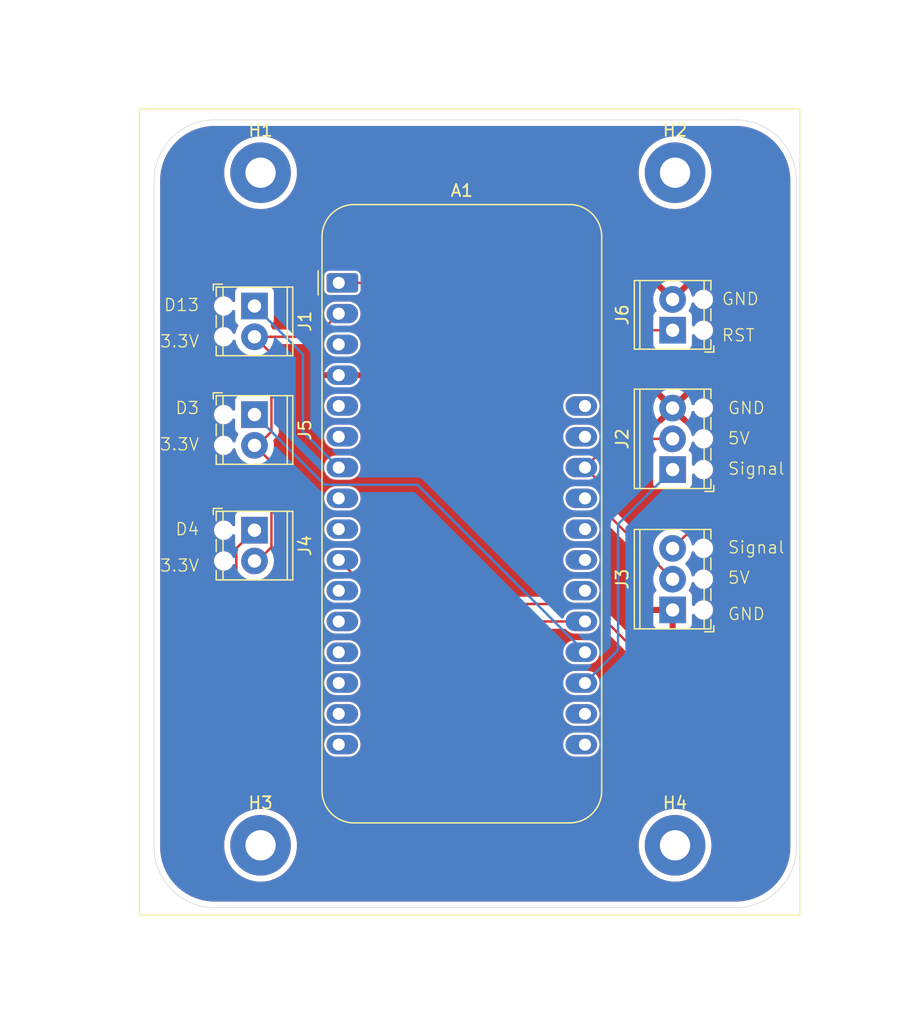
<source format=kicad_pcb>
(kicad_pcb (version 20240108) (generator "pcbnew") (generator_version "8.0")
  (layers (0 "F.Cu" signal) (31 "B.Cu" signal) (34 "B.Paste" user) (35 "F.Paste" user) (36 "B.SilkS" user "B.Silkscreen") (37 "F.SilkS" user "F.Silkscreen") (38 "B.Mask" user) (39 "F.Mask" user) (44 "Edge.Cuts" user))
  (net 0 "")
  (net 3 "GND")
  (net 9 "Net-(A1-~{RESET})")
  (net 11 "VBUS")
  (net 13 "Net-(A1-D2)")
  (net 14 "+3.3V")
  (net 15 "Net-(A1-A2)")
  (net 20 "Net-(A1-D4)")
  (net 21 "Net-(A1-D3)")
  (net 25 "Net-(A1-S3)")
  (footprint "TerminalBlock_Phoenix:TerminalBlock_Phoenix_MPT-0,5-3-2.54_1x03_P2.54mm_Horizontal" (layer "F.Cu") (at 147.5 106.83 90)
    (property "Reference" "J3" (at 2.54 -4.16 90) (layer "F.SilkS"))
    (property "Value" "9g Servo")
    (fp_line (start 6.64 -3.16) (end 6.64 3.16) (stroke (width 0.12)) (layer "F.SilkS"))
    (fp_line (start -1.56 -3.16) (end 6.64 -3.16) (stroke (width 0.12)) (layer "F.SilkS"))
    (fp_line (start -1.56 -3.16) (end -1.56 3.16) (stroke (width 0.12)) (layer "F.SilkS"))
    (fp_line (start -1.56 -2.7) (end 6.64 -2.7) (stroke (width 0.12)) (layer "F.SilkS"))
    (fp_line (start 5.87 2.6) (end 6.64 2.6) (stroke (width 0.12)) (layer "F.SilkS"))
    (fp_line (start 3.33 2.6) (end 4.29 2.6) (stroke (width 0.12)) (layer "F.SilkS"))
    (fp_line (start 0.79 2.6) (end 1.75 2.6) (stroke (width 0.12)) (layer "F.SilkS"))
    (fp_line (start -1.56 2.6) (end -0.79 2.6) (stroke (width 0.12)) (layer "F.SilkS"))
    (fp_line (start -1.8 2.66) (end -1.8 3.4) (stroke (width 0.12)) (layer "F.SilkS"))
    (fp_line (start 5.87 3.16) (end 6.64 3.16) (stroke (width 0.12)) (layer "F.SilkS"))
    (fp_line (start 3.33 3.16) (end 4.29 3.16) (stroke (width 0.12)) (layer "F.SilkS"))
    (fp_line (start 0.79 3.16) (end 1.75 3.16) (stroke (width 0.12)) (layer "F.SilkS"))
    (fp_line (start -1.56 3.16) (end -0.79 3.16) (stroke (width 0.12)) (layer "F.SilkS"))
    (fp_line (start -1.8 3.4) (end -1.3 3.4) (stroke (width 0.12)) (layer "F.SilkS"))
    (pad "" np_thru_hole circle (at 0 2.54 90) (size 1.1 1.1) (drill 1.1) (layers "*.Cu" "*.Mask"))
    (pad "" np_thru_hole circle (at 2.54 2.54 90) (size 1.1 1.1) (drill 1.1) (layers "*.Cu" "*.Mask"))
    (pad "" np_thru_hole circle (at 5.08 2.54 90) (size 1.1 1.1) (drill 1.1) (layers "*.Cu" "*.Mask"))
    (pad "1" thru_hole rect (at 0 0 90) (size 2.2 2.2) (drill 1.1) (layers "*.Cu" "*.Mask") (net 3 "GND"))
    (pad "2" thru_hole circle (at 2.54 0 90) (size 2.2 2.2) (drill 1.1) (layers "*.Cu" "*.Mask") (net 11 "VBUS"))
    (pad "3" thru_hole circle (at 5.08 0 90) (size 2.2 2.2) (drill 1.1) (layers "*.Cu" "*.Mask") (net 25 "Net-(A1-S3)"))
  )
  (footprint "TerminalBlock_Phoenix:TerminalBlock_Phoenix_MPT-0,5-2-2.54_1x02_P2.54mm_Horizontal" (layer "F.Cu") (at 113 100.25 -90)
    (property "Reference" "J4" (at 1.27 -4.16 -90) (layer "F.SilkS"))
    (property "Value" "User2_Button")
    (fp_line (start -1.8 3.4) (end -1.3 3.4) (stroke (width 0.12)) (layer "F.SilkS"))
    (fp_line (start -1.56 3.16) (end -0.79 3.16) (stroke (width 0.12)) (layer "F.SilkS"))
    (fp_line (start 0.79 3.16) (end 1.75 3.16) (stroke (width 0.12)) (layer "F.SilkS"))
    (fp_line (start 3.33 3.16) (end 4.1 3.16) (stroke (width 0.12)) (layer "F.SilkS"))
    (fp_line (start -1.8 2.66) (end -1.8 3.4) (stroke (width 0.12)) (layer "F.SilkS"))
    (fp_line (start -1.56 2.6) (end -0.79 2.6) (stroke (width 0.12)) (layer "F.SilkS"))
    (fp_line (start 0.79 2.6) (end 1.75 2.6) (stroke (width 0.12)) (layer "F.SilkS"))
    (fp_line (start 3.33 2.6) (end 4.1 2.6) (stroke (width 0.12)) (layer "F.SilkS"))
    (fp_line (start -1.56 -2.7) (end 4.1 -2.7) (stroke (width 0.12)) (layer "F.SilkS"))
    (fp_line (start -1.56 -3.16) (end -1.56 3.16) (stroke (width 0.12)) (layer "F.SilkS"))
    (fp_line (start -1.56 -3.16) (end 4.1 -3.16) (stroke (width 0.12)) (layer "F.SilkS"))
    (fp_line (start 4.1 -3.16) (end 4.1 3.16) (stroke (width 0.12)) (layer "F.SilkS"))
    (pad "" np_thru_hole circle (at 0 2.54 270) (size 1.1 1.1) (drill 1.1) (layers "*.Cu" "*.Mask"))
    (pad "" np_thru_hole circle (at 2.54 2.54 270) (size 1.1 1.1) (drill 1.1) (layers "*.Cu" "*.Mask"))
    (pad "1" thru_hole rect (at 0 0 270) (size 2.2 2.2) (drill 1.1) (layers "*.Cu" "*.Mask") (net 20 "Net-(A1-D4)"))
    (pad "2" thru_hole circle (at 2.54 0 270) (size 2.2 2.2) (drill 1.1) (layers "*.Cu" "*.Mask") (net 14 "+3.3V"))
  )
  (footprint "TerminalBlock_Phoenix:TerminalBlock_Phoenix_MPT-0,5-2-2.54_1x02_P2.54mm_Horizontal" (layer "F.Cu") (at 147.5 83.75 90)
    (property "Reference" "J6" (at 1.27 -4.16 90) (layer "F.SilkS"))
    (property "Value" "ResetButton")
    (fp_line (start 4.1 -3.16) (end 4.1 3.16) (stroke (width 0.12)) (layer "F.SilkS"))
    (fp_line (start -1.56 -3.16) (end 4.1 -3.16) (stroke (width 0.12)) (layer "F.SilkS"))
    (fp_line (start -1.56 -3.16) (end -1.56 3.16) (stroke (width 0.12)) (layer "F.SilkS"))
    (fp_line (start -1.56 -2.7) (end 4.1 -2.7) (stroke (width 0.12)) (layer "F.SilkS"))
    (fp_line (start 3.33 2.6) (end 4.1 2.6) (stroke (width 0.12)) (layer "F.SilkS"))
    (fp_line (start 0.79 2.6) (end 1.75 2.6) (stroke (width 0.12)) (layer "F.SilkS"))
    (fp_line (start -1.56 2.6) (end -0.79 2.6) (stroke (width 0.12)) (layer "F.SilkS"))
    (fp_line (start -1.8 2.66) (end -1.8 3.4) (stroke (width 0.12)) (layer "F.SilkS"))
    (fp_line (start 3.33 3.16) (end 4.1 3.16) (stroke (width 0.12)) (layer "F.SilkS"))
    (fp_line (start 0.79 3.16) (end 1.75 3.16) (stroke (width 0.12)) (layer "F.SilkS"))
    (fp_line (start -1.56 3.16) (end -0.79 3.16) (stroke (width 0.12)) (layer "F.SilkS"))
    (fp_line (start -1.8 3.4) (end -1.3 3.4) (stroke (width 0.12)) (layer "F.SilkS"))
    (pad "" np_thru_hole circle (at 0 2.54 90) (size 1.1 1.1) (drill 1.1) (layers "*.Cu" "*.Mask"))
    (pad "" np_thru_hole circle (at 2.54 2.54 90) (size 1.1 1.1) (drill 1.1) (layers "*.Cu" "*.Mask"))
    (pad "1" thru_hole rect (at 0 0 90) (size 2.2 2.2) (drill 1.1) (layers "*.Cu" "*.Mask") (net 9 "Net-(A1-~{RESET})"))
    (pad "2" thru_hole circle (at 2.54 0 90) (size 2.2 2.2) (drill 1.1) (layers "*.Cu" "*.Mask") (net 3 "GND"))
  )
  (footprint "Particle:Photon2" (layer "F.Cu") (at 119.95 79.84)
    (property "Reference" "A1" (at 10.16 -7.62 0) (layer "F.SilkS"))
    (property "Value" "Photon2")
    (fp_line (start -1.7 1) (end -1.7 -1) (stroke (width 0.12)) (layer "F.SilkS"))
    (fp_line (start -1.38 -3.81) (end -1.38 41.91) (stroke (width 0.12)) (layer "F.SilkS"))
    (fp_line (start 19.05 -6.46) (end 1.27 -6.46) (stroke (width 0.12)) (layer "F.SilkS"))
    (fp_line (start 19.05 44.56) (end 1.27 44.56) (stroke (width 0.12)) (layer "F.SilkS"))
    (fp_line (start 21.7 -3.81) (end 21.7 41.91) (stroke (width 0.12)) (layer "F.SilkS"))
    (fp_arc (start -1.38 -3.81) (mid -0.603833 -5.683833) (end 1.27 -6.46) (stroke (width 0.12)) (layer "F.SilkS"))
    (fp_arc (start 1.27 44.56) (mid -0.603833 43.783833) (end -1.38 41.91) (stroke (width 0.12)) (layer "F.SilkS"))
    (fp_arc (start 19.05 -6.46) (mid 20.923833 -5.683833) (end 21.7 -3.81) (stroke (width 0.12)) (layer "F.SilkS"))
    (fp_arc (start 21.7 41.91) (mid 20.923833 43.783833) (end 19.05 44.56) (stroke (width 0.12)) (layer "F.SilkS"))
    (pad "1" thru_hole roundrect (at 0 0) (size 2.6 1.6) (drill 1 (offset 0.3 0)) (layers "*.Cu" "*.Mask") (roundrect_rratio 0.15625) (net 9 "Net-(A1-~{RESET})"))
    (pad "2" thru_hole oval (at 0 2.54) (size 2.6 1.6) (drill 1 (offset 0.3 0)) (layers "*.Cu" "*.Mask") (net 14 "+3.3V"))
    (pad "3" thru_hole oval (at 0 5.08) (size 2.6 1.6) (drill 1 (offset 0.3 0)) (layers "*.Cu" "*.Mask"))
    (pad "4" thru_hole oval (at 0 7.62) (size 2.6 1.6) (drill 1 (offset 0.3 0)) (layers "*.Cu" "*.Mask") (net 3 "GND"))
    (pad "5" thru_hole oval (at 0 10.16) (size 2.6 1.6) (drill 1 (offset 0.3 0)) (layers "*.Cu" "*.Mask"))
    (pad "6" thru_hole oval (at 0 12.7) (size 2.6 1.6) (drill 1 (offset 0.3 0)) (layers "*.Cu" "*.Mask"))
    (pad "7" thru_hole oval (at 0 15.24) (size 2.6 1.6) (drill 1 (offset 0.3 0)) (layers "*.Cu" "*.Mask") (net 15 "Net-(A1-A2)"))
    (pad "8" thru_hole oval (at 0 17.78) (size 2.6 1.6) (drill 1 (offset 0.3 0)) (layers "*.Cu" "*.Mask"))
    (pad "9" thru_hole oval (at 0 20.32) (size 2.6 1.6) (drill 1 (offset 0.3 0)) (layers "*.Cu" "*.Mask"))
    (pad "10" thru_hole oval (at 0 22.86) (size 2.6 1.6) (drill 1 (offset 0.3 0)) (layers "*.Cu" "*.Mask") (net 25 "Net-(A1-S3)"))
    (pad "11" thru_hole oval (at 0 25.4) (size 2.6 1.6) (drill 1 (offset 0.3 0)) (layers "*.Cu" "*.Mask"))
    (pad "12" thru_hole oval (at 0 27.94) (size 2.6 1.6) (drill 1 (offset 0.3 0)) (layers "*.Cu" "*.Mask"))
    (pad "13" thru_hole oval (at 0 30.48) (size 2.6 1.6) (drill 1 (offset 0.3 0)) (layers "*.Cu" "*.Mask"))
    (pad "14" thru_hole oval (at 0 33.02) (size 2.6 1.6) (drill 1 (offset 0.3 0)) (layers "*.Cu" "*.Mask"))
    (pad "15" thru_hole oval (at 0 35.56) (size 2.6 1.6) (drill 1 (offset 0.3 0)) (layers "*.Cu" "*.Mask"))
    (pad "16" thru_hole oval (at 0 38.1) (size 2.6 1.6) (drill 1 (offset 0.3 0)) (layers "*.Cu" "*.Mask"))
    (pad "17" thru_hole oval (at 20.32 38.1 180) (size 2.6 1.6) (drill 1 (offset 0.3 0)) (layers "*.Cu" "*.Mask"))
    (pad "18" thru_hole oval (at 20.32 35.56 180) (size 2.6 1.6) (drill 1 (offset 0.3 0)) (layers "*.Cu" "*.Mask"))
    (pad "19" thru_hole oval (at 20.32 33.02 180) (size 2.6 1.6) (drill 1 (offset 0.3 0)) (layers "*.Cu" "*.Mask") (net 13 "Net-(A1-D2)"))
    (pad "20" thru_hole oval (at 20.32 30.48 180) (size 2.6 1.6) (drill 1 (offset 0.3 0)) (layers "*.Cu" "*.Mask") (net 21 "Net-(A1-D3)"))
    (pad "21" thru_hole oval (at 20.32 27.94 180) (size 2.6 1.6) (drill 1 (offset 0.3 0)) (layers "*.Cu" "*.Mask") (net 20 "Net-(A1-D4)"))
    (pad "22" thru_hole oval (at 20.32 25.4 180) (size 2.6 1.6) (drill 1 (offset 0.3 0)) (layers "*.Cu" "*.Mask"))
    (pad "23" thru_hole oval (at 20.32 22.86 180) (size 2.6 1.6) (drill 1 (offset 0.3 0)) (layers "*.Cu" "*.Mask"))
    (pad "24" thru_hole oval (at 20.32 20.32 180) (size 2.6 1.6) (drill 1 (offset 0.3 0)) (layers "*.Cu" "*.Mask"))
    (pad "25" thru_hole oval (at 20.32 17.78 180) (size 2.6 1.6) (drill 1 (offset 0.3 0)) (layers "*.Cu" "*.Mask"))
    (pad "26" thru_hole oval (at 20.32 15.24 180) (size 2.6 1.6) (drill 1 (offset 0.3 0)) (layers "*.Cu" "*.Mask") (net 11 "VBUS"))
    (pad "27" thru_hole oval (at 20.32 12.7 180) (size 2.6 1.6) (drill 1 (offset 0.3 0)) (layers "*.Cu" "*.Mask"))
    (pad "28" thru_hole oval (at 20.32 10.16 180) (size 2.6 1.6) (drill 1 (offset 0.3 0)) (layers "*.Cu" "*.Mask"))
  )
  (footprint "TerminalBlock_Phoenix:TerminalBlock_Phoenix_MPT-0,5-2-2.54_1x02_P2.54mm_Horizontal" (layer "F.Cu") (at 113 81.75 -90)
    (property "Reference" "J1" (at 1.27 -4.16 -90) (layer "F.SilkS"))
    (property "Value" "CamButton")
    (fp_line (start -1.8 3.4) (end -1.3 3.4) (stroke (width 0.12)) (layer "F.SilkS"))
    (fp_line (start -1.56 3.16) (end -0.79 3.16) (stroke (width 0.12)) (layer "F.SilkS"))
    (fp_line (start 0.79 3.16) (end 1.75 3.16) (stroke (width 0.12)) (layer "F.SilkS"))
    (fp_line (start 3.33 3.16) (end 4.1 3.16) (stroke (width 0.12)) (layer "F.SilkS"))
    (fp_line (start -1.8 2.66) (end -1.8 3.4) (stroke (width 0.12)) (layer "F.SilkS"))
    (fp_line (start -1.56 2.6) (end -0.79 2.6) (stroke (width 0.12)) (layer "F.SilkS"))
    (fp_line (start 0.79 2.6) (end 1.75 2.6) (stroke (width 0.12)) (layer "F.SilkS"))
    (fp_line (start 3.33 2.6) (end 4.1 2.6) (stroke (width 0.12)) (layer "F.SilkS"))
    (fp_line (start -1.56 -2.7) (end 4.1 -2.7) (stroke (width 0.12)) (layer "F.SilkS"))
    (fp_line (start -1.56 -3.16) (end -1.56 3.16) (stroke (width 0.12)) (layer "F.SilkS"))
    (fp_line (start -1.56 -3.16) (end 4.1 -3.16) (stroke (width 0.12)) (layer "F.SilkS"))
    (fp_line (start 4.1 -3.16) (end 4.1 3.16) (stroke (width 0.12)) (layer "F.SilkS"))
    (pad "" np_thru_hole circle (at 0 2.54 270) (size 1.1 1.1) (drill 1.1) (layers "*.Cu" "*.Mask"))
    (pad "" np_thru_hole circle (at 2.54 2.54 270) (size 1.1 1.1) (drill 1.1) (layers "*.Cu" "*.Mask"))
    (pad "1" thru_hole rect (at 0 0 270) (size 2.2 2.2) (drill 1.1) (layers "*.Cu" "*.Mask") (net 15 "Net-(A1-A2)"))
    (pad "2" thru_hole circle (at 2.54 0 270) (size 2.2 2.2) (drill 1.1) (layers "*.Cu" "*.Mask") (net 14 "+3.3V"))
  )
  (footprint "MountingHole:MountingHole_2.5mm_Pad" (layer "F.Cu") (at 113.5 126.25)
    (property "Reference" "H3" (at 0 -3.5 0) (layer "F.SilkS"))
    (property "Value" "MountingHole")
    (pad "1" thru_hole circle (at 0 0) (size 5 5) (drill 2.5) (layers "*.Cu" "*.Mask"))
  )
  (footprint "MountingHole:MountingHole_2.5mm_Pad" (layer "F.Cu") (at 147.702236 70.75)
    (property "Reference" "H2" (at 0 -3.5 0) (layer "F.SilkS"))
    (property "Value" "MountingHole")
    (pad "1" thru_hole circle (at 0 0) (size 5 5) (drill 2.5) (layers "*.Cu" "*.Mask"))
  )
  (footprint "MountingHole:MountingHole_2.5mm_Pad" (layer "F.Cu") (at 113.5 70.75)
    (property "Reference" "H1" (at 0 -3.5 0) (layer "F.SilkS"))
    (property "Value" "MountingHole")
    (pad "1" thru_hole circle (at 0 0) (size 5 5) (drill 2.5) (layers "*.Cu" "*.Mask"))
  )
  (footprint "TerminalBlock_Phoenix:TerminalBlock_Phoenix_MPT-0,5-3-2.54_1x03_P2.54mm_Horizontal" (layer "F.Cu") (at 147.5 95.25 90)
    (property "Reference" "J2" (at 2.54 -4.16 90) (layer "F.SilkS"))
    (property "Value" "Neopixel")
    (fp_line (start 6.64 -3.16) (end 6.64 3.16) (stroke (width 0.12)) (layer "F.SilkS"))
    (fp_line (start -1.56 -3.16) (end 6.64 -3.16) (stroke (width 0.12)) (layer "F.SilkS"))
    (fp_line (start -1.56 -3.16) (end -1.56 3.16) (stroke (width 0.12)) (layer "F.SilkS"))
    (fp_line (start -1.56 -2.7) (end 6.64 -2.7) (stroke (width 0.12)) (layer "F.SilkS"))
    (fp_line (start 5.87 2.6) (end 6.64 2.6) (stroke (width 0.12)) (layer "F.SilkS"))
    (fp_line (start 3.33 2.6) (end 4.29 2.6) (stroke (width 0.12)) (layer "F.SilkS"))
    (fp_line (start 0.79 2.6) (end 1.75 2.6) (stroke (width 0.12)) (layer "F.SilkS"))
    (fp_line (start -1.56 2.6) (end -0.79 2.6) (stroke (width 0.12)) (layer "F.SilkS"))
    (fp_line (start -1.8 2.66) (end -1.8 3.4) (stroke (width 0.12)) (layer "F.SilkS"))
    (fp_line (start 5.87 3.16) (end 6.64 3.16) (stroke (width 0.12)) (layer "F.SilkS"))
    (fp_line (start 3.33 3.16) (end 4.29 3.16) (stroke (width 0.12)) (layer "F.SilkS"))
    (fp_line (start 0.79 3.16) (end 1.75 3.16) (stroke (width 0.12)) (layer "F.SilkS"))
    (fp_line (start -1.56 3.16) (end -0.79 3.16) (stroke (width 0.12)) (layer "F.SilkS"))
    (fp_line (start -1.8 3.4) (end -1.3 3.4) (stroke (width 0.12)) (layer "F.SilkS"))
    (pad "" np_thru_hole circle (at 0 2.54 90) (size 1.1 1.1) (drill 1.1) (layers "*.Cu" "*.Mask"))
    (pad "" np_thru_hole circle (at 2.54 2.54 90) (size 1.1 1.1) (drill 1.1) (layers "*.Cu" "*.Mask"))
    (pad "" np_thru_hole circle (at 5.08 2.54 90) (size 1.1 1.1) (drill 1.1) (layers "*.Cu" "*.Mask"))
    (pad "1" thru_hole rect (at 0 0 90) (size 2.2 2.2) (drill 1.1) (layers "*.Cu" "*.Mask") (net 13 "Net-(A1-D2)"))
    (pad "2" thru_hole circle (at 2.54 0 90) (size 2.2 2.2) (drill 1.1) (layers "*.Cu" "*.Mask") (net 11 "VBUS"))
    (pad "3" thru_hole circle (at 5.08 0 90) (size 2.2 2.2) (drill 1.1) (layers "*.Cu" "*.Mask") (net 3 "GND"))
  )
  (footprint "TerminalBlock_Phoenix:TerminalBlock_Phoenix_MPT-0,5-2-2.54_1x02_P2.54mm_Horizontal" (layer "F.Cu") (at 113 90.71 -90)
    (property "Reference" "J5" (at 1.27 -4.16 -90) (layer "F.SilkS"))
    (property "Value" "User1_Button")
    (fp_line (start -1.8 3.4) (end -1.3 3.4) (stroke (width 0.12)) (layer "F.SilkS"))
    (fp_line (start -1.56 3.16) (end -0.79 3.16) (stroke (width 0.12)) (layer "F.SilkS"))
    (fp_line (start 0.79 3.16) (end 1.75 3.16) (stroke (width 0.12)) (layer "F.SilkS"))
    (fp_line (start 3.33 3.16) (end 4.1 3.16) (stroke (width 0.12)) (layer "F.SilkS"))
    (fp_line (start -1.8 2.66) (end -1.8 3.4) (stroke (width 0.12)) (layer "F.SilkS"))
    (fp_line (start -1.56 2.6) (end -0.79 2.6) (stroke (width 0.12)) (layer "F.SilkS"))
    (fp_line (start 0.79 2.6) (end 1.75 2.6) (stroke (width 0.12)) (layer "F.SilkS"))
    (fp_line (start 3.33 2.6) (end 4.1 2.6) (stroke (width 0.12)) (layer "F.SilkS"))
    (fp_line (start -1.56 -2.7) (end 4.1 -2.7) (stroke (width 0.12)) (layer "F.SilkS"))
    (fp_line (start -1.56 -3.16) (end -1.56 3.16) (stroke (width 0.12)) (layer "F.SilkS"))
    (fp_line (start -1.56 -3.16) (end 4.1 -3.16) (stroke (width 0.12)) (layer "F.SilkS"))
    (fp_line (start 4.1 -3.16) (end 4.1 3.16) (stroke (width 0.12)) (layer "F.SilkS"))
    (pad "" np_thru_hole circle (at 0 2.54 270) (size 1.1 1.1) (drill 1.1) (layers "*.Cu" "*.Mask"))
    (pad "" np_thru_hole circle (at 2.54 2.54 270) (size 1.1 1.1) (drill 1.1) (layers "*.Cu" "*.Mask"))
    (pad "1" thru_hole rect (at 0 0 270) (size 2.2 2.2) (drill 1.1) (layers "*.Cu" "*.Mask") (net 21 "Net-(A1-D3)"))
    (pad "2" thru_hole circle (at 2.54 0 270) (size 2.2 2.2) (drill 1.1) (layers "*.Cu" "*.Mask") (net 14 "+3.3V"))
  )
  (footprint "MountingHole:MountingHole_2.5mm_Pad" (layer "F.Cu") (at 147.702236 126.25)
    (property "Reference" "H4" (at 0 -3.5 0) (layer "F.SilkS"))
    (property "Value" "MountingHole")
    (pad "1" thru_hole circle (at 0 0) (size 5 5) (drill 2.5) (layers "*.Cu" "*.Mask"))
  )
  (gr_rect (start 103.5 65.5) (end 158 132) (stroke (width 0.1)) (fill none) (layer "F.SilkS"))
  (gr_arc (start 157.714286 126.39) (mid 156.24982 129.925534) (end 152.714286 131.39) (stroke (width 0.05)) (layer "Edge.Cuts"))
  (gr_arc (start 109.714286 131.39) (mid 106.178752 129.925534) (end 104.714286 126.39) (stroke (width 0.05)) (layer "Edge.Cuts"))
  (gr_arc (start 104.714286 71.39) (mid 106.178751 67.854461) (end 109.714286 66.39) (stroke (width 0.05)) (layer "Edge.Cuts"))
  (gr_line (start 104.714286 126.39) (end 104.714286 71.39) (stroke (width 0.05)) (layer "Edge.Cuts"))
  (gr_line (start 157.714286 71.39) (end 157.714286 126.39) (stroke (width 0.05)) (layer "Edge.Cuts"))
  (gr_line (start 152.714286 131.39) (end 109.714286 131.39) (stroke (width 0.05)) (layer "Edge.Cuts"))
  (gr_line (start 109.714286 66.39) (end 152.714286 66.39) (stroke (width 0.05)) (layer "Edge.Cuts"))
  (gr_arc (start 152.714286 66.39) (mid 156.249829 67.854461) (end 157.714286 71.39) (stroke (width 0.05)) (layer "Edge.Cuts"))
  (gr_text "3.3V" (at 108.5 103.75 0) (layer "F.SilkS") (effects (font (size 1 1) (thickness 0.1)) (justify right bottom)))
  (gr_text "GND\n" (at 152 107.75 0) (layer "F.SilkS") (effects (font (size 1 1) (thickness 0.1)) (justify left bottom)))
  (gr_text "D3" (at 108.5 90.75 0) (layer "F.SilkS") (effects (font (size 1 1) (thickness 0.1)) (justify right bottom)))
  (gr_text "Signal" (at 152 102.25 0) (layer "F.SilkS") (effects (font (size 1 1) (thickness 0.1)) (justify left bottom)))
  (gr_text "GND\n" (at 151.5 81.75 0) (layer "F.SilkS") (effects (font (size 1 1) (thickness 0.1)) (justify left bottom)))
  (gr_text "GND\n" (at 152 90.75 0) (layer "F.SilkS") (effects (font (size 1 1) (thickness 0.1)) (justify left bottom)))
  (gr_text "D13" (at 108.5 82.25 0) (layer "F.SilkS") (effects (font (size 1 1) (thickness 0.1)) (justify right bottom)))
  (gr_text "3.3V" (at 108.5 85.25 0) (layer "F.SilkS") (effects (font (size 1 1) (thickness 0.1)) (justify right bottom)))
  (gr_text "3.3V" (at 108.5 93.75 0) (layer "F.SilkS") (effects (font (size 1 1) (thickness 0.1)) (justify right bottom)))
  (gr_text "5V" (at 152 104.75 0) (layer "F.SilkS") (effects (font (size 1 1) (thickness 0.1)) (justify left bottom)))
  (gr_text "RST" (at 151.5 84.75 0) (layer "F.SilkS") (effects (font (size 1 1) (thickness 0.1)) (justify left bottom)))
  (gr_text "D4" (at 108.5 100.75 0) (layer "F.SilkS") (effects (font (size 1 1) (thickness 0.1)) (justify right bottom)))
  (gr_text "Signal" (at 152 95.75 0) (layer "F.SilkS") (effects (font (size 1 1) (thickness 0.1)) (justify left bottom)))
  (gr_text "5V" (at 152 93.25 0) (layer "F.SilkS") (effects (font (size 1 1) (thickness 0.1)) (justify left bottom)))
  (segment (start 125.75 83.75) (end 121.84 79.84) (width 0.2) (layer "F.Cu") (net 9))
  (segment (start 147.5 83.75) (end 125.75 83.75) (width 0.2) (layer "F.Cu") (net 9))
  (segment (start 121.84 79.84) (end 119.95 79.84) (width 0.2) (layer "F.Cu") (net 9))
  (segment (start 141.57 98.36) (end 147.5 104.29) (width 0.2) (layer "F.Cu") (net 11))
  (segment (start 140.27 95.08) (end 141.57 96.38) (width 0.2) (layer "F.Cu") (net 11))
  (segment (start 147.5 92.71) (end 142.64 92.71) (width 0.2) (layer "F.Cu") (net 11))
  (segment (start 141.57 96.38) (end 141.57 98.36) (width 0.2) (layer "F.Cu") (net 11))
  (segment (start 142.64 92.71) (end 140.27 95.08) (width 0.2) (layer "F.Cu") (net 11))
  (segment (start 143 110.13) (end 140.27 112.86) (width 0.2) (layer "B.Cu") (net 13))
  (segment (start 147.5 95.25) (end 143 99.75) (width 0.2) (layer "B.Cu") (net 13))
  (segment (start 143 99.75) (end 143 110.13) (width 0.2) (layer "B.Cu") (net 13))
  (segment (start 119.95 82.38) (end 118.04 84.29) (width 0.2) (layer "F.Cu") (net 14))
  (segment (start 113.26 93.25) (end 113 93.25) (width 0.2) (layer "F.Cu") (net 14))
  (segment (start 113.26 102.79) (end 113 102.79) (width 0.2) (layer "F.Cu") (net 14))
  (segment (start 118.04 84.29) (end 113 84.29) (width 0.2) (layer "F.Cu") (net 14))
  (segment (start 114.4 92.11) (end 113.26 93.25) (width 0.2) (layer "F.Cu") (net 14))
  (segment (start 114.4 101.65) (end 113.26 102.79) (width 0.2) (layer "F.Cu") (net 14))
  (segment (start 113 84.29) (end 114.4 85.69) (width 0.2) (layer "F.Cu") (net 14))
  (segment (start 113 93.25) (end 114.4 94.65) (width 0.2) (layer "F.Cu") (net 14))
  (segment (start 114.4 94.65) (end 114.4 101.65) (width 0.2) (layer "F.Cu") (net 14))
  (segment (start 114.4 85.69) (end 114.4 92.11) (width 0.2) (layer "F.Cu") (net 14))
  (segment (start 119.95 95.08) (end 117 92.13) (width 0.2) (layer "B.Cu") (net 15))
  (segment (start 117 92.13) (end 117 85.75) (width 0.2) (layer "B.Cu") (net 15))
  (segment (start 117 85.75) (end 113 81.75) (width 0.2) (layer "B.Cu") (net 15))
  (segment (start 113 81.75) (end 113 82) (width 0.2) (layer "B.Cu") (net 15))
  (segment (start 113 100.25) (end 111.5 101.75) (width 0.2) (layer "F.Cu") (net 20))
  (segment (start 121.84 106.34) (end 123.28 107.78) (width 0.2) (layer "F.Cu") (net 20))
  (segment (start 113.34 106.34) (end 121.84 106.34) (width 0.2) (layer "F.Cu") (net 20))
  (segment (start 111.5 101.75) (end 111.5 104.5) (width 0.2) (layer "F.Cu") (net 20))
  (segment (start 111.5 104.5) (end 113.34 106.34) (width 0.2) (layer "F.Cu") (net 20))
  (segment (start 123.28 107.78) (end 140.27 107.78) (width 0.2) (layer "F.Cu") (net 20))
  (segment (start 113 90.71) (end 118.79 96.5) (width 0.2) (layer "B.Cu") (net 21))
  (segment (start 118.79 96.5) (end 126.45 96.5) (width 0.2) (layer "B.Cu") (net 21))
  (segment (start 126.45 96.5) (end 140.27 110.32) (width 0.2) (layer "B.Cu") (net 21))
  (segment (start 148.599999 100.650001) (end 150.212793 100.650001) (width 0.2) (layer "F.Cu") (net 25))
  (segment (start 140.585635 106.34) (end 123.59 106.34) (width 0.2) (layer "F.Cu") (net 25))
  (segment (start 152 102.437208) (end 152 108) (width 0.2) (layer "F.Cu") (net 25))
  (segment (start 123.59 106.34) (end 119.95 102.7) (width 0.2) (layer "F.Cu") (net 25))
  (segment (start 150.212793 100.650001) (end 152 102.437208) (width 0.2) (layer "F.Cu") (net 25))
  (segment (start 152 108) (end 150 110) (width 0.2) (layer "F.Cu") (net 25))
  (segment (start 144.245635 110) (end 140.585635 106.34) (width 0.2) (layer "F.Cu") (net 25))
  (segment (start 150 110) (end 144.245635 110) (width 0.2) (layer "F.Cu") (net 25))
  (segment (start 147.5 101.75) (end 148.599999 100.650001) (width 0.2) (layer "F.Cu") (net 25))
  (zone (net 3) (net_name "GND") (layer "F.Cu") (connect_pads (clearance 0.5)) (min_thickness 0.25) (fill yes (thermal_gap 0.5) (thermal_bridge_width 0.5))
    (polygon (pts (xy 95.5 57.5) (xy 168 56.5) (xy 164.5 139.5) (xy 92 141) (xy 94 59)))
  )
  (zone (net 0) (net_name "") (layer "B.Cu") (priority 1) (connect_pads (clearance 0.5)) (min_thickness 0.25) (fill yes (thermal_gap 0.5) (thermal_bridge_width 0.5) (island_removal_mode 1) (island_area_min 10))
    (polygon (pts (xy 99 63) (xy 162 61.5) (xy 160.5 134) (xy 98.5 137) (xy 96 68)))
  )
)
</source>
